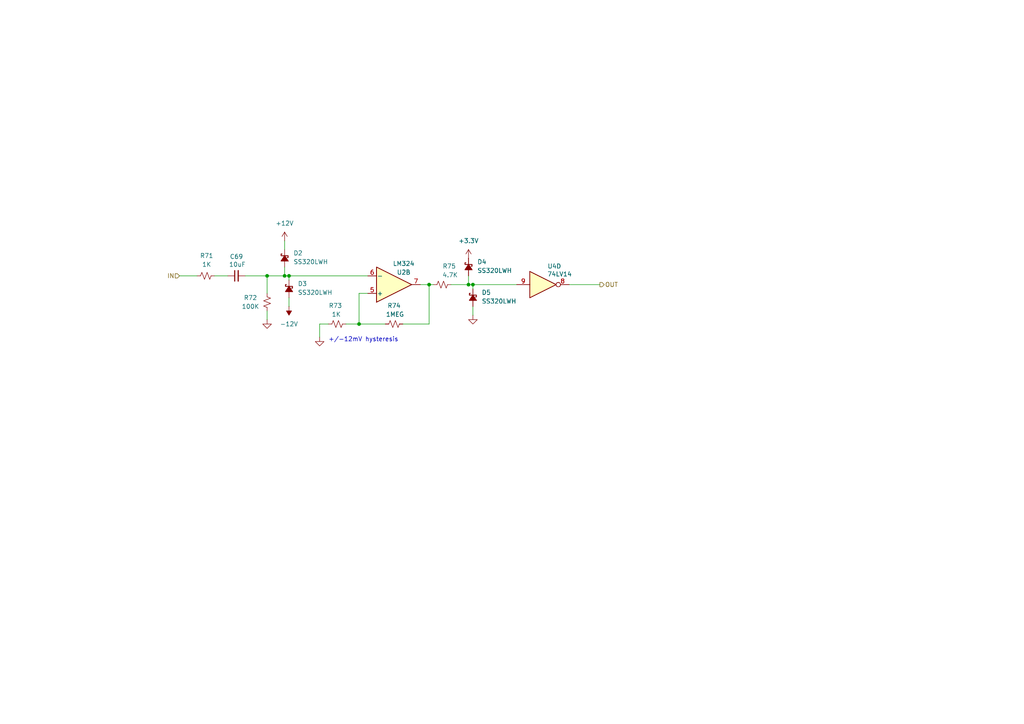
<source format=kicad_sch>
(kicad_sch (version 20250114) (generator "eeschema") (generator_version "9.0")
  (paper "A4")
  (lib_symbols
    (symbol "74xx:74LV14" (pin_names (offset 1.016))
      (property "Reference" "U" (at 0 1.27 0))
      (property "Value" "74LV14" (at 0 -1.27 0))
      (symbol "74LV14_1_0"
        (polyline (pts (xy -3.81 3.81) (xy -3.81 -3.81) (xy 3.81 0) (xy -3.81 3.81)) (stroke (width 0.254)) (fill (type background)))
        (pin input line (at -7.62 0 0) (length 3.81) (name "~") (number "1"))
        (pin output inverted (at 7.62 0 180) (length 3.81) (name "~") (number "2"))
      )
      (symbol "74LV14_2_0"
        (polyline (pts (xy -3.81 3.81) (xy -3.81 -3.81) (xy 3.81 0) (xy -3.81 3.81)) (stroke (width 0.254)) (fill (type background)))
        (pin input line (at -7.62 0 0) (length 3.81) (name "~") (number "3"))
        (pin output inverted (at 7.62 0 180) (length 3.81) (name "~") (number "4"))
      )
      (symbol "74LV14_3_0"
        (polyline (pts (xy -3.81 3.81) (xy -3.81 -3.81) (xy 3.81 0) (xy -3.81 3.81)) (stroke (width 0.254)) (fill (type background)))
        (pin input line (at -7.62 0 0) (length 3.81) (name "~") (number "5"))
        (pin output inverted (at 7.62 0 180) (length 3.81) (name "~") (number "6"))
      )
      (symbol "74LV14_4_0"
        (polyline (pts (xy -3.81 3.81) (xy -3.81 -3.81) (xy 3.81 0) (xy -3.81 3.81)) (stroke (width 0.254)) (fill (type background)))
        (pin input line (at -7.62 0 0) (length 3.81) (name "~") (number "9"))
        (pin output inverted (at 7.62 0 180) (length 3.81) (name "~") (number "8"))
      )
      (symbol "74LV14_5_0"
        (polyline (pts (xy -3.81 3.81) (xy -3.81 -3.81) (xy 3.81 0) (xy -3.81 3.81)) (stroke (width 0.254)) (fill (type background)))
        (pin input line (at -7.62 0 0) (length 3.81) (name "~") (number "11"))
        (pin output inverted (at 7.62 0 180) (length 3.81) (name "~") (number "10"))
      )
      (symbol "74LV14_6_0"
        (polyline (pts (xy -3.81 3.81) (xy -3.81 -3.81) (xy 3.81 0) (xy -3.81 3.81)) (stroke (width 0.254)) (fill (type background)))
        (pin input line (at -7.62 0 0) (length 3.81) (name "~") (number "13"))
        (pin output inverted (at 7.62 0 180) (length 3.81) (name "~") (number "12"))
      )
      (symbol "74LV14_7_0"
        (pin power_in line (at 0 12.7 270) (length 5.08) (name "3.3V") (number "14"))
        (pin power_in line (at 0 -12.7 90) (length 5.08) (name "GND") (number "7"))
      )
      (symbol "74LV14_7_1"
        (rectangle (start -5.08 7.62) (end 5.08 -7.62) (stroke (width 0.254)) (fill (type background)))
      )
    )
    (symbol "Amplifier_Operational:LM324" (pin_names (offset 0.127))
      (property "Reference" "U" (at 0 5.08 0))
      (property "Value" "LM324" (at 0 -5.08 0))
      (symbol "LM324_1_1"
        (polyline (pts (xy -5.08 5.08) (xy 5.08 0) (xy -5.08 -5.08) (xy -5.08 5.08)) (stroke (width 0.254)) (fill (type background)))
        (pin input line (at -7.62 2.54 0) (length 2.54) (name "+") (number "3"))
        (pin input line (at -7.62 -2.54 0) (length 2.54) (name "-") (number "2"))
        (pin output line (at 7.62 0 180) (length 2.54) (name "~") (number "1"))
      )
      (symbol "LM324_2_1"
        (polyline (pts (xy -5.08 5.08) (xy 5.08 0) (xy -5.08 -5.08) (xy -5.08 5.08)) (stroke (width 0.254)) (fill (type background)))
        (pin input line (at -7.62 2.54 0) (length 2.54) (name "+") (number "5"))
        (pin input line (at -7.62 -2.54 0) (length 2.54) (name "-") (number "6"))
        (pin output line (at 7.62 0 180) (length 2.54) (name "~") (number "7"))
      )
      (symbol "LM324_3_1"
        (polyline (pts (xy -5.08 5.08) (xy 5.08 0) (xy -5.08 -5.08) (xy -5.08 5.08)) (stroke (width 0.254)) (fill (type background)))
        (pin input line (at -7.62 2.54 0) (length 2.54) (name "+") (number "10"))
        (pin input line (at -7.62 -2.54 0) (length 2.54) (name "-") (number "9"))
        (pin output line (at 7.62 0 180) (length 2.54) (name "~") (number "8"))
      )
      (symbol "LM324_4_1"
        (polyline (pts (xy -5.08 5.08) (xy 5.08 0) (xy -5.08 -5.08) (xy -5.08 5.08)) (stroke (width 0.254)) (fill (type background)))
        (pin input line (at -7.62 2.54 0) (length 2.54) (name "+") (number "12"))
        (pin input line (at -7.62 -2.54 0) (length 2.54) (name "-") (number "13"))
        (pin output line (at 7.62 0 180) (length 2.54) (name "~") (number "14"))
      )
      (symbol "LM324_5_1"
        (pin power_in line (at -2.54 7.62 270) (length 3.81) (name "V+") (number "4"))
        (pin power_in line (at -2.54 -7.62 90) (length 3.81) (name "V-") (number "11"))
      )
    )
    (symbol "Device:C_Small" (pin_numbers (hide yes)) (pin_names (offset 0.254) (hide yes))
      (property "Reference" "C" (at 0.254 1.778 0))
      (property "Value" "C_Small" (at 0.254 -2.032 0))
      (symbol "C_Small_0_1"
        (polyline (pts (xy -1.524 0.508) (xy 1.524 0.508)) (stroke (width 0.3048)))
        (polyline (pts (xy -1.524 -0.508) (xy 1.524 -0.508)) (stroke (width 0.3302)))
      )
      (symbol "C_Small_1_1"
        (pin passive line (at 0 2.54 270) (length 2.032) (name "~") (number "1"))
        (pin passive line (at 0 -2.54 90) (length 2.032) (name "~") (number "2"))
      )
    )
    (symbol "Device:D_Schottky_Small_Filled" (pin_numbers (hide yes)) (pin_names (offset 0.254) (hide yes))
      (property "Reference" "D" (at -1.27 2.032 0))
      (property "Value" "D_Schottky_Small_Filled" (at -7.112 -2.032 0))
      (symbol "D_Schottky_Small_Filled_0_1"
        (polyline (pts (xy -1.27 0.762) (xy -1.27 1.016) (xy -0.762 1.016) (xy -0.762 -1.016) (xy -0.254 -1.016) (xy -0.254 -0.762)) (stroke (width 0.254)))
        (polyline (pts (xy -0.762 0) (xy 0.762 0)))
        (polyline (pts (xy 0.762 -1.016) (xy -0.762 0) (xy 0.762 1.016) (xy 0.762 -1.016)) (stroke (width 0.254)) (fill (type outline)))
      )
      (symbol "D_Schottky_Small_Filled_1_1"
        (pin passive line (at -2.54 0 0) (length 1.778) (name "K") (number "1"))
        (pin passive line (at 2.54 0 180) (length 1.778) (name "A") (number "2"))
      )
    )
    (symbol "Device:R_Small_US" (pin_numbers (hide yes)) (pin_names (offset 0.254) (hide yes))
      (property "Reference" "R" (at 0.762 0.508 0))
      (property "Value" "R_Small_US" (at 0.762 -1.016 0))
      (symbol "R_Small_US_1_1"
        (polyline (pts (xy 0 1.524) (xy 1.016 1.143) (xy 0 0.762) (xy -1.016 0.381) (xy 0 0)))
        (polyline (pts (xy 0 0) (xy 1.016 -0.381) (xy 0 -0.762) (xy -1.016 -1.143) (xy 0 -1.524)))
        (pin passive line (at 0 2.54 270) (length 1.016) (name "~") (number "1"))
        (pin passive line (at 0 -2.54 90) (length 1.016) (name "~") (number "2"))
      )
    )
    (symbol "power:+12V" (power) (pin_numbers (hide yes)) (pin_names (offset 0) (hide yes))
      (property "Value" "+12V" (at 0 3.556 0))
      (symbol "+12V_0_1"
        (polyline (pts (xy -0.762 1.27) (xy 0 2.54)))
        (polyline (pts (xy 0 2.54) (xy 0.762 1.27)))
        (polyline (pts (xy 0 0) (xy 0 2.54)))
      )
      (symbol "+12V_1_1"
        (pin power_in line (at 0 0 90) (length 0) (name "~") (number "1"))
      )
    )
    (symbol "power:+3.3V" (power) (pin_numbers (hide yes)) (pin_names (offset 0) (hide yes))
      (property "Value" "+3.3V" (at 0 3.556 0))
      (symbol "+3.3V_0_1"
        (polyline (pts (xy -0.762 1.27) (xy 0 2.54)))
        (polyline (pts (xy 0 2.54) (xy 0.762 1.27)))
        (polyline (pts (xy 0 0) (xy 0 2.54)))
      )
      (symbol "+3.3V_1_1"
        (pin power_in line (at 0 0 90) (length 0) (name "~") (number "1"))
      )
    )
    (symbol "power:-12V" (power) (pin_numbers (hide yes)) (pin_names (offset 0) (hide yes))
      (property "Value" "-12V" (at 0 3.556 0))
      (symbol "-12V_0_0"
        (pin power_in line (at 0 0 90) (length 0) (name "~") (number "1"))
      )
      (symbol "-12V_0_1"
        (polyline (pts (xy 0 0) (xy 0 1.27) (xy 0.762 1.27) (xy 0 2.54) (xy -0.762 1.27) (xy 0 1.27)) (fill (type outline)))
      )
    )
    (symbol "power:GND" (power) (pin_numbers (hide yes)) (pin_names (offset 0) (hide yes))
      (property "Value" "GND" (at 0 -3.81 0))
      (symbol "GND_0_1"
        (polyline (pts (xy 0 0) (xy 0 -1.27) (xy 1.27 -1.27) (xy 0 -2.54) (xy -1.27 -1.27) (xy 0 -1.27)))
      )
      (symbol "GND_1_1"
        (pin power_in line (at 0 0 270) (length 0) (name "~") (number "1"))
      )
    )
  )
  (text "+/-12mV hysteresis" (at 105.41 98.552 0) (effects (font (size 1.27 1.27))))
  (junction (at 137.16 82.55))
  (junction (at 82.55 80.01))
  (junction (at 104.14 93.98))
  (junction (at 77.47 80.01))
  (junction (at 135.89 82.55))
  (junction (at 124.46 82.55))
  (junction (at 83.82 80.01))
  (wire (pts (xy 62.23 80.01) (xy 66.04 80.01)))
  (wire (pts (xy 124.46 93.98) (xy 124.46 82.55)))
  (wire (pts (xy 137.16 88.9) (xy 137.16 91.44)))
  (wire (pts (xy 83.82 80.01) (xy 106.68 80.01)))
  (wire (pts (xy 104.14 85.09) (xy 104.14 93.98)))
  (wire (pts (xy 82.55 69.85) (xy 82.55 72.39)))
  (wire (pts (xy 106.68 85.09) (xy 104.14 85.09)))
  (wire (pts (xy 77.47 80.01) (xy 77.47 85.09)))
  (wire (pts (xy 130.81 82.55) (xy 135.89 82.55)))
  (wire (pts (xy 124.46 82.55) (xy 125.73 82.55)))
  (wire (pts (xy 77.47 80.01) (xy 82.55 80.01)))
  (wire (pts (xy 104.14 93.98) (xy 111.76 93.98)))
  (wire (pts (xy 116.84 93.98) (xy 124.46 93.98)))
  (wire (pts (xy 165.1 82.55) (xy 173.99 82.55)))
  (wire (pts (xy 77.47 90.17) (xy 77.47 92.71)))
  (wire (pts (xy 137.16 82.55) (xy 149.86 82.55)))
  (wire (pts (xy 135.89 82.55) (xy 137.16 82.55)))
  (wire (pts (xy 82.55 77.47) (xy 82.55 80.01)))
  (wire (pts (xy 82.55 80.01) (xy 83.82 80.01)))
  (wire (pts (xy 92.71 93.98) (xy 92.71 97.79)))
  (wire (pts (xy 95.25 93.98) (xy 92.71 93.98)))
  (wire (pts (xy 100.33 93.98) (xy 104.14 93.98)))
  (wire (pts (xy 121.92 82.55) (xy 124.46 82.55)))
  (wire (pts (xy 135.89 80.01) (xy 135.89 82.55)))
  (wire (pts (xy 83.82 80.01) (xy 83.82 81.28)))
  (wire (pts (xy 83.82 86.36) (xy 83.82 88.9)))
  (wire (pts (xy 137.16 82.55) (xy 137.16 83.82)))
  (wire (pts (xy 52.07 80.01) (xy 57.15 80.01)))
  (wire (pts (xy 71.12 80.01) (xy 77.47 80.01)))
  (hierarchical_label "IN" (shape input) (at 52.07 80.01 180))
  (hierarchical_label "OUT" (shape output) (at 173.99 82.55 0))
  (symbol (lib_id "Device:D_Schottky_Small_Filled") (at 137.16 86.36 90) (mirror x) (unit 1)
    (property "Reference" "D5" (at 139.7 84.8359 90) (effects (justify right)))
    (property "Value" "SS320LWH" (at 139.7 87.3759 90) (effects (justify right)))
    (property "Footprint" "Active:SOD3716X117" (effects (hide yes)))
    (property "Mouser" "821-SS320LWH" (effects (hide yes)))
  )
  (symbol (lib_id "74xx:74LV14") (at 157.48 82.55 0) (unit 4)
    (property "Reference" "U4" (at 160.782 77.216 0))
    (property "Value" "74LV14" (at 162.306 79.502 0))
    (property "Footprint" "Active:SOP127P620X175-14" (effects (hide yes)))
    (property "Datasheet" "http://www.ti.com/lit/gpn/sn74LV14" (effects (hide yes)))
    (property "Description" "Hex Inverter" (effects (hide yes)))
  )
  (symbol (lib_id "Device:D_Schottky_Small_Filled") (at 83.82 83.82 90) (mirror x) (unit 1)
    (property "Reference" "D3" (at 86.36 82.2959 90) (effects (justify right)))
    (property "Value" "SS320LWH" (at 86.36 84.8359 90) (effects (justify right)))
    (property "Footprint" "Active:SOD3716X117" (effects (hide yes)))
    (property "Mouser" "821-SS320LWH" (effects (hide yes)))
  )
  (symbol (lib_id "power:+3.3V") (at 135.89 74.93 0) (unit 1)
    (property "Reference" "#PWR085" (effects (hide yes)))
    (property "Value" "+3.3V" (at 135.89 69.85 0))
    (property "Description" "Power symbol creates a global label with name \"+3.3V\"" (effects (hide yes)))
  )
  (symbol (lib_id "power:GND") (at 92.71 97.79 0) (unit 1)
    (property "Reference" "#PWR084" (effects (hide yes)))
    (property "Value" "GND" (effects (hide yes)))
    (property "Description" "Power symbol creates a global label with name \"GND\" , ground" (effects (hide yes)))
  )
  (symbol (lib_id "power:GND") (at 77.47 92.71 0) (unit 1)
    (property "Reference" "#PWR081" (effects (hide yes)))
    (property "Value" "GND" (effects (hide yes)))
    (property "Description" "Power symbol creates a global label with name \"GND\" , ground" (effects (hide yes)))
  )
  (symbol (lib_id "Device:R_Small_US") (at 128.27 82.55 270) (unit 1)
    (property "Reference" "R75" (at 130.302 77.216 90))
    (property "Value" "4.7K" (at 130.556 79.756 90))
    (property "Footprint" "Passive:RESC1608X55" (effects (hide yes)))
    (property "Description" "Resistor, small US symbol" (effects (hide yes)))
  )
  (symbol (lib_id "Amplifier_Operational:LM324") (at 114.3 82.55 0) (mirror x) (unit 2)
    (property "Reference" "U2" (at 117.094 78.994 0))
    (property "Value" "LM324" (at 117.094 76.454 0))
    (property "Footprint" "Active:SOP127P620X175-14" (effects (hide yes)))
    (property "Datasheet" "http://www.ti.com/lit/ds/symlink/lm2902-n.pdf" (effects (hide yes)))
    (property "Description" "Low-Power, Quad-Operational Amplifiers, DIP-14/SOIC-14/SSOP-14" (effects (hide yes)))
  )
  (symbol (lib_id "Device:D_Schottky_Small_Filled") (at 82.55 74.93 90) (mirror x) (unit 1)
    (property "Reference" "D2" (at 85.09 73.4059 90) (effects (justify right)))
    (property "Value" "SS320LWH" (at 85.09 75.9459 90) (effects (justify right)))
    (property "Footprint" "Active:SOD3716X117" (effects (hide yes)))
    (property "Mouser" "821-SS320LWH" (effects (hide yes)))
  )
  (symbol (lib_id "power:+12V") (at 82.55 69.85 0) (unit 1)
    (property "Reference" "#PWR082" (effects (hide yes)))
    (property "Value" "+12V" (at 82.55 64.77 0))
    (property "Description" "Power symbol creates a global label with name \"+12V\"" (effects (hide yes)))
  )
  (symbol (lib_id "Device:D_Schottky_Small_Filled") (at 135.89 77.47 90) (mirror x) (unit 1)
    (property "Reference" "D4" (at 138.43 75.9459 90) (effects (justify right)))
    (property "Value" "SS320LWH" (at 138.43 78.4859 90) (effects (justify right)))
    (property "Footprint" "Active:SOD3716X117" (effects (hide yes)))
    (property "Mouser" "821-SS320LWH" (effects (hide yes)))
  )
  (symbol (lib_id "power:-12V") (at 83.82 88.9 180) (unit 1)
    (property "Reference" "#PWR083" (effects (hide yes)))
    (property "Value" "-12V" (at 83.82 93.98 0))
    (property "Description" "Power symbol creates a global label with name \"-12V\"" (effects (hide yes)))
  )
  (symbol (lib_id "Device:R_Small_US") (at 59.69 80.01 90) (unit 1)
    (property "Reference" "R71" (at 59.944 74.168 90))
    (property "Value" "1K" (at 59.944 76.708 90))
    (property "Footprint" "Passive:RESC3216X70" (effects (hide yes)))
    (property "Description" "Resistor, small US symbol" (effects (hide yes)))
  )
  (symbol (lib_id "Device:R_Small_US") (at 114.3 93.98 270) (unit 1)
    (property "Reference" "R74" (at 114.3 88.646 90))
    (property "Value" "1MEG" (at 114.554 91.186 90))
    (property "Footprint" "Passive:RESC1608X55" (effects (hide yes)))
    (property "Description" "Resistor, small US symbol" (effects (hide yes)))
  )
  (symbol (lib_id "Device:R_Small_US") (at 97.79 93.98 270) (unit 1)
    (property "Reference" "R73" (at 97.282 88.646 90))
    (property "Value" "1K" (at 97.536 91.186 90))
    (property "Footprint" "Passive:RESC1608X55" (effects (hide yes)))
    (property "Description" "Resistor, small US symbol" (effects (hide yes)))
  )
  (symbol (lib_id "Device:R_Small_US") (at 77.47 87.63 0) (unit 1)
    (property "Reference" "R72" (at 72.644 86.36 0))
    (property "Value" "100K" (at 72.644 88.9 0))
    (property "Footprint" "Passive:RESC1608X55" (effects (hide yes)))
    (property "Description" "Resistor, small US symbol" (effects (hide yes)))
  )
  (symbol (lib_id "power:GND") (at 137.16 91.44 0) (unit 1)
    (property "Reference" "#PWR086" (effects (hide yes)))
    (property "Value" "GND" (effects (hide yes)))
    (property "Description" "Power symbol creates a global label with name \"GND\" , ground" (effects (hide yes)))
  )
  (symbol (lib_id "Device:C_Small") (at 68.58 80.01 90) (unit 1)
    (property "Reference" "C69" (at 68.58 74.422 90))
    (property "Value" "10uF" (at 68.834 76.708 90))
    (property "Footprint" "Capacitor_SMD:C_1206_3216Metric" (effects (hide yes)))
    (property "Description" "Unpolarized capacitor, small symbol" (effects (hide yes)))
    (property "MPN" "CL31A106KBHNNNE" (effects (hide yes)))
  )
)
</source>
